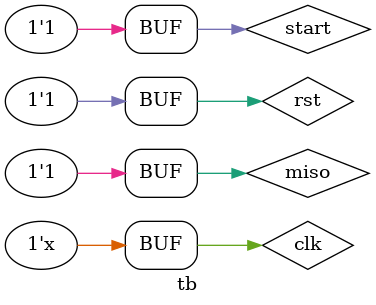
<source format=v>
`timescale 1ns / 1ps


module tb;
    reg clk;
    reg rst;
    
    //tx(mosi)
    //reg [8-1:0] data_in;//mosi(tx)·Î º¸³¾ µ¥ÀÌÅÍ
    reg start;//spi tx ½ÃÀÛÇÏ±â À§ÇÑ flag
    reg miso;
    wire mosi;
    
    //rx(miso)
    //wire [8-1:0] data_out;//miso·Î ¹ÞÀº µ¥ÀÌÅÍ
    
    wire sclk;//spi bus clk
    wire cs;//spi slave select line    


    top top(.clk(clk),.rst(rst),.start(start),.miso(miso),.mosi(mosi),.sclk(sclk),.cs(cs));
    parameter step =10;
    
always #(step/2) clk=~clk;

initial begin
    clk=1; rst=0; #step;
    rst=1; start=1; #step;
    start=0; miso=1'b1; #(step*400000);
    start=1;
end

endmodule

</source>
